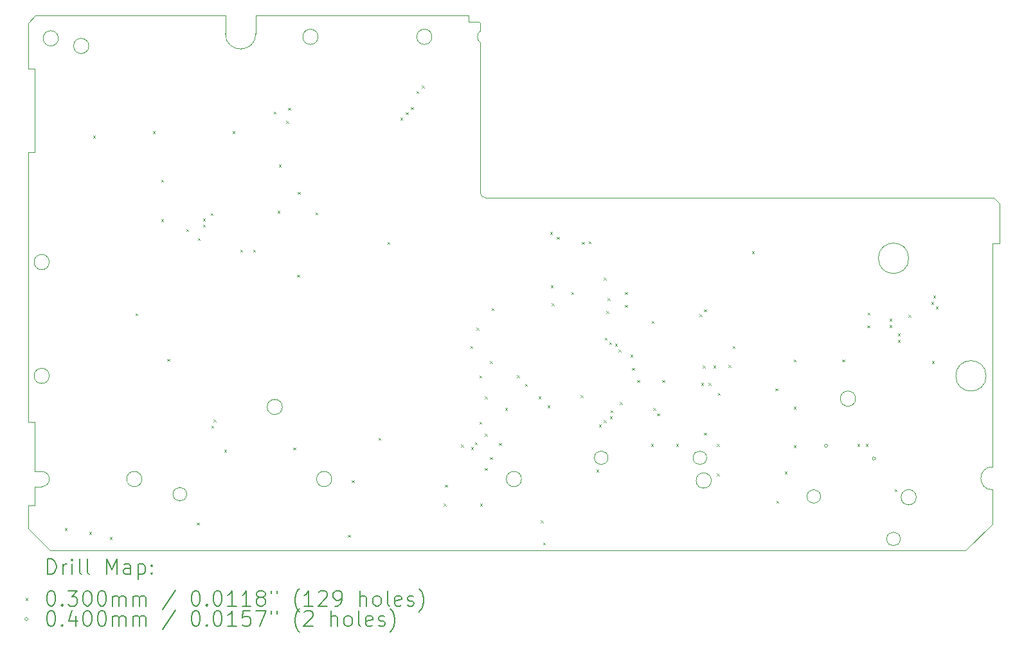
<source format=gbr>
%TF.GenerationSoftware,KiCad,Pcbnew,8.0.5-unknown-202409261835~48b9027842~ubuntu24.04.1*%
%TF.CreationDate,2024-10-03T20:43:23+08:00*%
%TF.ProjectId,EL6170_Pro_Max_Plus,454c3631-3730-45f5-9072-6f5f4d61785f,rev?*%
%TF.SameCoordinates,Original*%
%TF.FileFunction,Drillmap*%
%TF.FilePolarity,Positive*%
%FSLAX45Y45*%
G04 Gerber Fmt 4.5, Leading zero omitted, Abs format (unit mm)*
G04 Created by KiCad (PCBNEW 8.0.5-unknown-202409261835~48b9027842~ubuntu24.04.1) date 2024-10-03 20:43:23*
%MOMM*%
%LPD*%
G01*
G04 APERTURE LIST*
%ADD10C,0.050000*%
%ADD11C,0.200000*%
%ADD12C,0.100000*%
G04 APERTURE END LIST*
D10*
X9380000Y-12460000D02*
X9290000Y-12460000D01*
X21550000Y-13300000D02*
X9490000Y-13300000D01*
X9200000Y-12710000D02*
X9200000Y-13010000D01*
X15220000Y-8650000D02*
X21920000Y-8650000D01*
X20100000Y-11300000D02*
G75*
G02*
X19900000Y-11300000I-100000J0D01*
G01*
X19900000Y-11300000D02*
G75*
G02*
X20100000Y-11300000I100000J0D01*
G01*
X15140000Y-6330000D02*
X15160000Y-6350000D01*
X15000000Y-6250000D02*
X15000000Y-6330000D01*
X9290000Y-11610000D02*
X9200000Y-11610000D01*
X18200000Y-12380000D02*
G75*
G02*
X18000000Y-12380000I-100000J0D01*
G01*
X18000000Y-12380000D02*
G75*
G02*
X18200000Y-12380000I100000J0D01*
G01*
X9600000Y-6550000D02*
G75*
G02*
X9400000Y-6550000I-100000J0D01*
G01*
X9400000Y-6550000D02*
G75*
G02*
X9600000Y-6550000I100000J0D01*
G01*
X21900000Y-12500000D02*
X21900000Y-12950000D01*
X15220000Y-8650000D02*
G75*
G02*
X15160000Y-8590000I0J60000D01*
G01*
X14520000Y-6530000D02*
G75*
G02*
X14320000Y-6530000I-100000J0D01*
G01*
X14320000Y-6530000D02*
G75*
G02*
X14520000Y-6530000I100000J0D01*
G01*
X9290000Y-12260000D02*
X9290000Y-11610000D01*
X11800000Y-6250000D02*
X9300000Y-6250000D01*
X22000000Y-9250000D02*
X21900000Y-9250000D01*
X20690000Y-13150000D02*
G75*
G02*
X20510000Y-13150000I-90000J0D01*
G01*
X20510000Y-13150000D02*
G75*
G02*
X20690000Y-13150000I90000J0D01*
G01*
X21900000Y-9250000D02*
X21900000Y-12200000D01*
X10000000Y-6650000D02*
G75*
G02*
X9800000Y-6650000I-100000J0D01*
G01*
X9800000Y-6650000D02*
G75*
G02*
X10000000Y-6650000I100000J0D01*
G01*
X12550000Y-11410000D02*
G75*
G02*
X12350000Y-11410000I-100000J0D01*
G01*
X12350000Y-11410000D02*
G75*
G02*
X12550000Y-11410000I100000J0D01*
G01*
X9380000Y-12260000D02*
G75*
G02*
X9380000Y-12460000I0J-100000D01*
G01*
X11290000Y-12560000D02*
G75*
G02*
X11110000Y-12560000I-90000J0D01*
G01*
X11110000Y-12560000D02*
G75*
G02*
X11290000Y-12560000I90000J0D01*
G01*
X9490000Y-13300000D02*
X9200000Y-13010000D01*
X9200000Y-6350000D02*
X9200000Y-6950000D01*
X20900000Y-12600000D02*
G75*
G02*
X20700000Y-12600000I-100000J0D01*
G01*
X20700000Y-12600000D02*
G75*
G02*
X20900000Y-12600000I100000J0D01*
G01*
X13200000Y-12360000D02*
G75*
G02*
X13000000Y-12360000I-100000J0D01*
G01*
X13000000Y-12360000D02*
G75*
G02*
X13200000Y-12360000I100000J0D01*
G01*
X9380000Y-12260000D02*
X9290000Y-12260000D01*
X9290000Y-12460000D02*
X9290000Y-12710000D01*
X20800000Y-9450000D02*
G75*
G02*
X20400000Y-9450000I-200000J0D01*
G01*
X20400000Y-9450000D02*
G75*
G02*
X20800000Y-9450000I200000J0D01*
G01*
X21900000Y-12500000D02*
G75*
G02*
X21900000Y-12200000I0J150000D01*
G01*
X13020000Y-6530000D02*
G75*
G02*
X12820000Y-6530000I-100000J0D01*
G01*
X12820000Y-6530000D02*
G75*
G02*
X13020000Y-6530000I100000J0D01*
G01*
X9200000Y-6950000D02*
X9290000Y-6950000D01*
X9200000Y-11610000D02*
X9200000Y-8050000D01*
X18140000Y-12080000D02*
G75*
G02*
X17960000Y-12080000I-90000J0D01*
G01*
X17960000Y-12080000D02*
G75*
G02*
X18140000Y-12080000I90000J0D01*
G01*
X9480000Y-11000000D02*
G75*
G02*
X9280000Y-11000000I-100000J0D01*
G01*
X9280000Y-11000000D02*
G75*
G02*
X9480000Y-11000000I100000J0D01*
G01*
X9290000Y-6950000D02*
X9290000Y-8050000D01*
X9480000Y-9500000D02*
G75*
G02*
X9280000Y-9500000I-100000J0D01*
G01*
X9280000Y-9500000D02*
G75*
G02*
X9480000Y-9500000I100000J0D01*
G01*
X15000000Y-6330000D02*
X15140000Y-6330000D01*
X9290000Y-8050000D02*
X9200000Y-8050000D01*
X21900000Y-12950000D02*
X21550000Y-13300000D01*
X15000000Y-6250000D02*
X12200000Y-6250000D01*
X10700000Y-12360000D02*
G75*
G02*
X10500000Y-12360000I-100000J0D01*
G01*
X10500000Y-12360000D02*
G75*
G02*
X10700000Y-12360000I100000J0D01*
G01*
X12200000Y-6490000D02*
G75*
G02*
X11800000Y-6490000I-200000J0D01*
G01*
X9200000Y-12710000D02*
X9290000Y-12710000D01*
X9200000Y-6350000D02*
X9300000Y-6250000D01*
X15700000Y-12360000D02*
G75*
G02*
X15500000Y-12360000I-100000J0D01*
G01*
X15500000Y-12360000D02*
G75*
G02*
X15700000Y-12360000I100000J0D01*
G01*
X16840000Y-12080000D02*
G75*
G02*
X16660000Y-12080000I-90000J0D01*
G01*
X16660000Y-12080000D02*
G75*
G02*
X16840000Y-12080000I90000J0D01*
G01*
X19640000Y-12590000D02*
G75*
G02*
X19460000Y-12590000I-90000J0D01*
G01*
X19460000Y-12590000D02*
G75*
G02*
X19640000Y-12590000I90000J0D01*
G01*
X15160000Y-6610000D02*
X15160000Y-8590000D01*
X15160000Y-6350000D02*
X15160000Y-6450000D01*
X11800000Y-6490000D02*
X11800000Y-6250000D01*
X21920000Y-8650000D02*
X22000000Y-8730000D01*
X12200000Y-6490000D02*
X12200000Y-6250000D01*
X21820000Y-11000000D02*
G75*
G02*
X21420000Y-11000000I-200000J0D01*
G01*
X21420000Y-11000000D02*
G75*
G02*
X21820000Y-11000000I200000J0D01*
G01*
X22000000Y-8730000D02*
X22000000Y-9250000D01*
X15160000Y-6610000D02*
G75*
G02*
X15160000Y-6450000I60000J80000D01*
G01*
D11*
D12*
X9685000Y-13005000D02*
X9715000Y-13035000D01*
X9715000Y-13005000D02*
X9685000Y-13035000D01*
X10005000Y-13055000D02*
X10035000Y-13085000D01*
X10035000Y-13055000D02*
X10005000Y-13085000D01*
X10055000Y-7835000D02*
X10085000Y-7865000D01*
X10085000Y-7835000D02*
X10055000Y-7865000D01*
X10275000Y-13125000D02*
X10305000Y-13155000D01*
X10305000Y-13125000D02*
X10275000Y-13155000D01*
X10615000Y-10175000D02*
X10645000Y-10205000D01*
X10645000Y-10175000D02*
X10615000Y-10205000D01*
X10845000Y-7775000D02*
X10875000Y-7805000D01*
X10875000Y-7775000D02*
X10845000Y-7805000D01*
X10955000Y-8415000D02*
X10985000Y-8445000D01*
X10985000Y-8415000D02*
X10955000Y-8445000D01*
X10955000Y-8935000D02*
X10985000Y-8965000D01*
X10985000Y-8935000D02*
X10955000Y-8965000D01*
X11035000Y-10775000D02*
X11065000Y-10805000D01*
X11065000Y-10775000D02*
X11035000Y-10805000D01*
X11285000Y-9065000D02*
X11315000Y-9095000D01*
X11315000Y-9065000D02*
X11285000Y-9095000D01*
X11425000Y-12935000D02*
X11455000Y-12965000D01*
X11455000Y-12935000D02*
X11425000Y-12965000D01*
X11435000Y-9185000D02*
X11465000Y-9215000D01*
X11465000Y-9185000D02*
X11435000Y-9215000D01*
X11505000Y-8925000D02*
X11535000Y-8955000D01*
X11535000Y-8925000D02*
X11505000Y-8955000D01*
X11505000Y-9005000D02*
X11535000Y-9035000D01*
X11535000Y-9005000D02*
X11505000Y-9035000D01*
X11605000Y-8855000D02*
X11635000Y-8885000D01*
X11635000Y-8855000D02*
X11605000Y-8885000D01*
X11615000Y-11655000D02*
X11645000Y-11685000D01*
X11645000Y-11655000D02*
X11615000Y-11685000D01*
X11645000Y-11575000D02*
X11675000Y-11605000D01*
X11675000Y-11575000D02*
X11645000Y-11605000D01*
X11785000Y-11975000D02*
X11815000Y-12005000D01*
X11815000Y-11975000D02*
X11785000Y-12005000D01*
X11895000Y-7775000D02*
X11925000Y-7805000D01*
X11925000Y-7775000D02*
X11895000Y-7805000D01*
X11995000Y-9335000D02*
X12025000Y-9365000D01*
X12025000Y-9335000D02*
X11995000Y-9365000D01*
X12165000Y-9335000D02*
X12195000Y-9365000D01*
X12195000Y-9335000D02*
X12165000Y-9365000D01*
X12435000Y-7515000D02*
X12465000Y-7545000D01*
X12465000Y-7515000D02*
X12435000Y-7545000D01*
X12485000Y-8825000D02*
X12515000Y-8855000D01*
X12515000Y-8825000D02*
X12485000Y-8855000D01*
X12505000Y-8215000D02*
X12535000Y-8245000D01*
X12535000Y-8215000D02*
X12505000Y-8245000D01*
X12599398Y-7639398D02*
X12629398Y-7669398D01*
X12629398Y-7639398D02*
X12599398Y-7669398D01*
X12625000Y-7465000D02*
X12655000Y-7495000D01*
X12655000Y-7465000D02*
X12625000Y-7495000D01*
X12695000Y-11945000D02*
X12725000Y-11975000D01*
X12725000Y-11945000D02*
X12695000Y-11975000D01*
X12745000Y-9665000D02*
X12775000Y-9695000D01*
X12775000Y-9665000D02*
X12745000Y-9695000D01*
X12755000Y-8575000D02*
X12785000Y-8605000D01*
X12785000Y-8575000D02*
X12755000Y-8605000D01*
X12985000Y-8845000D02*
X13015000Y-8875000D01*
X13015000Y-8845000D02*
X12985000Y-8875000D01*
X13415000Y-13095000D02*
X13445000Y-13125000D01*
X13445000Y-13095000D02*
X13415000Y-13125000D01*
X13465000Y-12375000D02*
X13495000Y-12405000D01*
X13495000Y-12375000D02*
X13465000Y-12405000D01*
X13815000Y-11815000D02*
X13845000Y-11845000D01*
X13845000Y-11815000D02*
X13815000Y-11845000D01*
X13935000Y-9235000D02*
X13965000Y-9265000D01*
X13965000Y-9235000D02*
X13935000Y-9265000D01*
X14105000Y-7595000D02*
X14135000Y-7625000D01*
X14135000Y-7595000D02*
X14105000Y-7625000D01*
X14175000Y-7525000D02*
X14205000Y-7555000D01*
X14205000Y-7525000D02*
X14175000Y-7555000D01*
X14245000Y-7455000D02*
X14275000Y-7485000D01*
X14275000Y-7455000D02*
X14245000Y-7485000D01*
X14315000Y-7245000D02*
X14345000Y-7275000D01*
X14345000Y-7245000D02*
X14315000Y-7275000D01*
X14385000Y-7175000D02*
X14415000Y-7205000D01*
X14415000Y-7175000D02*
X14385000Y-7205000D01*
X14675000Y-12685000D02*
X14705000Y-12715000D01*
X14705000Y-12685000D02*
X14675000Y-12715000D01*
X14690000Y-12435000D02*
X14720000Y-12465000D01*
X14720000Y-12435000D02*
X14690000Y-12465000D01*
X14905000Y-11905000D02*
X14935000Y-11935000D01*
X14935000Y-11905000D02*
X14905000Y-11935000D01*
X15025000Y-10605000D02*
X15055000Y-10635000D01*
X15055000Y-10605000D02*
X15025000Y-10635000D01*
X15035024Y-11937470D02*
X15065024Y-11967470D01*
X15065024Y-11937470D02*
X15035024Y-11967470D01*
X15085000Y-11875000D02*
X15115000Y-11905000D01*
X15115000Y-11875000D02*
X15085000Y-11905000D01*
X15105000Y-10365000D02*
X15135000Y-10395000D01*
X15135000Y-10365000D02*
X15105000Y-10395000D01*
X15145000Y-10995000D02*
X15175000Y-11025000D01*
X15175000Y-10995000D02*
X15145000Y-11025000D01*
X15145000Y-11605000D02*
X15175000Y-11635000D01*
X15175000Y-11605000D02*
X15145000Y-11635000D01*
X15155000Y-12685000D02*
X15185000Y-12715000D01*
X15185000Y-12685000D02*
X15155000Y-12715000D01*
X15215000Y-12215000D02*
X15245000Y-12245000D01*
X15245000Y-12215000D02*
X15215000Y-12245000D01*
X15217573Y-11268403D02*
X15247573Y-11298403D01*
X15247573Y-11268403D02*
X15217573Y-11298403D01*
X15217573Y-11762426D02*
X15247573Y-11792426D01*
X15247573Y-11762426D02*
X15217573Y-11792426D01*
X15285000Y-10805000D02*
X15315000Y-10835000D01*
X15315000Y-10805000D02*
X15285000Y-10835000D01*
X15285000Y-12070663D02*
X15315000Y-12100663D01*
X15315000Y-12070663D02*
X15285000Y-12100663D01*
X15305000Y-10105000D02*
X15335000Y-10135000D01*
X15335000Y-10105000D02*
X15305000Y-10135000D01*
X15405000Y-11885000D02*
X15435000Y-11915000D01*
X15435000Y-11885000D02*
X15405000Y-11915000D01*
X15485000Y-11425000D02*
X15515000Y-11455000D01*
X15515000Y-11425000D02*
X15485000Y-11455000D01*
X15642573Y-10992574D02*
X15672573Y-11022574D01*
X15672573Y-10992574D02*
X15642573Y-11022574D01*
X15745000Y-11105000D02*
X15775000Y-11135000D01*
X15775000Y-11105000D02*
X15745000Y-11135000D01*
X15922116Y-11268403D02*
X15952116Y-11298403D01*
X15952116Y-11268403D02*
X15922116Y-11298403D01*
X15955000Y-12905000D02*
X15985000Y-12935000D01*
X15985000Y-12905000D02*
X15955000Y-12935000D01*
X15985000Y-13195000D02*
X16015000Y-13225000D01*
X16015000Y-13195000D02*
X15985000Y-13225000D01*
X16044320Y-11389198D02*
X16074320Y-11419198D01*
X16074320Y-11389198D02*
X16044320Y-11419198D01*
X16075000Y-9105000D02*
X16105000Y-9135000D01*
X16105000Y-9105000D02*
X16075000Y-9135000D01*
X16086560Y-9805000D02*
X16116560Y-9835000D01*
X16116560Y-9805000D02*
X16086560Y-9835000D01*
X16095373Y-10041072D02*
X16125373Y-10071072D01*
X16125373Y-10041072D02*
X16095373Y-10071072D01*
X16165000Y-9165000D02*
X16195000Y-9195000D01*
X16195000Y-9165000D02*
X16165000Y-9195000D01*
X16355000Y-9895000D02*
X16385000Y-9925000D01*
X16385000Y-9895000D02*
X16355000Y-9925000D01*
X16478295Y-11251920D02*
X16508295Y-11281920D01*
X16508295Y-11251920D02*
X16478295Y-11281920D01*
X16495000Y-9235000D02*
X16525000Y-9265000D01*
X16525000Y-9235000D02*
X16495000Y-9265000D01*
X16585000Y-9225000D02*
X16615000Y-9255000D01*
X16615000Y-9225000D02*
X16585000Y-9255000D01*
X16685000Y-12235000D02*
X16715000Y-12265000D01*
X16715000Y-12235000D02*
X16685000Y-12265000D01*
X16719830Y-11645000D02*
X16749830Y-11675000D01*
X16749830Y-11645000D02*
X16719830Y-11675000D01*
X16781718Y-11584923D02*
X16811718Y-11614923D01*
X16811718Y-11584923D02*
X16781718Y-11614923D01*
X16785000Y-9705000D02*
X16815000Y-9735000D01*
X16815000Y-9705000D02*
X16785000Y-9735000D01*
X16795000Y-10495000D02*
X16825000Y-10525000D01*
X16825000Y-10495000D02*
X16795000Y-10525000D01*
X16815000Y-10145500D02*
X16845000Y-10175500D01*
X16845000Y-10145500D02*
X16815000Y-10175500D01*
X16835000Y-9975000D02*
X16865000Y-10005000D01*
X16865000Y-9975000D02*
X16835000Y-10005000D01*
X16855529Y-10555000D02*
X16885529Y-10585000D01*
X16885529Y-10555000D02*
X16855529Y-10585000D01*
X16862099Y-11532914D02*
X16892099Y-11562914D01*
X16892099Y-11532914D02*
X16862099Y-11562914D01*
X16874115Y-11453821D02*
X16904115Y-11483821D01*
X16904115Y-11453821D02*
X16874115Y-11483821D01*
X16932378Y-10577231D02*
X16962378Y-10607231D01*
X16962378Y-10577231D02*
X16932378Y-10607231D01*
X16975782Y-10652775D02*
X17005782Y-10682775D01*
X17005782Y-10652775D02*
X16975782Y-10682775D01*
X16993284Y-11346716D02*
X17023284Y-11376716D01*
X17023284Y-11346716D02*
X16993284Y-11376716D01*
X17065000Y-9895000D02*
X17095000Y-9925000D01*
X17095000Y-9895000D02*
X17065000Y-9925000D01*
X17065000Y-10065000D02*
X17095000Y-10095000D01*
X17095000Y-10065000D02*
X17065000Y-10095000D01*
X17135782Y-10722604D02*
X17165782Y-10752604D01*
X17165782Y-10722604D02*
X17135782Y-10752604D01*
X17155000Y-10895000D02*
X17185000Y-10925000D01*
X17185000Y-10895000D02*
X17155000Y-10925000D01*
X17225000Y-11055000D02*
X17255000Y-11085000D01*
X17255000Y-11055000D02*
X17225000Y-11085000D01*
X17405000Y-11895000D02*
X17435000Y-11925000D01*
X17435000Y-11895000D02*
X17405000Y-11925000D01*
X17415000Y-10275000D02*
X17445000Y-10305000D01*
X17445000Y-10275000D02*
X17415000Y-10305000D01*
X17435000Y-11425000D02*
X17465000Y-11455000D01*
X17465000Y-11425000D02*
X17435000Y-11455000D01*
X17485000Y-11495000D02*
X17515000Y-11525000D01*
X17515000Y-11495000D02*
X17485000Y-11525000D01*
X17555000Y-11055000D02*
X17585000Y-11085000D01*
X17585000Y-11055000D02*
X17555000Y-11085000D01*
X17735000Y-11895000D02*
X17765000Y-11925000D01*
X17765000Y-11895000D02*
X17735000Y-11925000D01*
X18044948Y-10185052D02*
X18074948Y-10215052D01*
X18074948Y-10185052D02*
X18044948Y-10215052D01*
X18065000Y-11095000D02*
X18095000Y-11125000D01*
X18095000Y-11095000D02*
X18065000Y-11125000D01*
X18085000Y-10865000D02*
X18115000Y-10895000D01*
X18115000Y-10865000D02*
X18085000Y-10895000D01*
X18105000Y-11748431D02*
X18135000Y-11778431D01*
X18135000Y-11748431D02*
X18105000Y-11778431D01*
X18105052Y-10124948D02*
X18135052Y-10154948D01*
X18135052Y-10124948D02*
X18105052Y-10154948D01*
X18165000Y-11095000D02*
X18195000Y-11125000D01*
X18195000Y-11095000D02*
X18165000Y-11125000D01*
X18225000Y-10865000D02*
X18255000Y-10895000D01*
X18255000Y-10865000D02*
X18225000Y-10895000D01*
X18275000Y-11895000D02*
X18305000Y-11925000D01*
X18305000Y-11895000D02*
X18275000Y-11925000D01*
X18275000Y-12285000D02*
X18305000Y-12315000D01*
X18305000Y-12285000D02*
X18275000Y-12315000D01*
X18285000Y-11225000D02*
X18315000Y-11255000D01*
X18315000Y-11225000D02*
X18285000Y-11255000D01*
X18425000Y-10855000D02*
X18455000Y-10885000D01*
X18455000Y-10855000D02*
X18425000Y-10885000D01*
X18480934Y-10604102D02*
X18510934Y-10634102D01*
X18510934Y-10604102D02*
X18480934Y-10634102D01*
X18735000Y-9355000D02*
X18765000Y-9385000D01*
X18765000Y-9355000D02*
X18735000Y-9385000D01*
X19045000Y-11165000D02*
X19075000Y-11195000D01*
X19075000Y-11165000D02*
X19045000Y-11195000D01*
X19055000Y-12645000D02*
X19085000Y-12675000D01*
X19085000Y-12645000D02*
X19055000Y-12675000D01*
X19165000Y-12262000D02*
X19195000Y-12292000D01*
X19195000Y-12262000D02*
X19165000Y-12292000D01*
X19285000Y-10785000D02*
X19315000Y-10815000D01*
X19315000Y-10785000D02*
X19285000Y-10815000D01*
X19285000Y-11405000D02*
X19315000Y-11435000D01*
X19315000Y-11405000D02*
X19285000Y-11435000D01*
X19285000Y-11915000D02*
X19315000Y-11945000D01*
X19315000Y-11915000D02*
X19285000Y-11945000D01*
X19925000Y-10785000D02*
X19955000Y-10815000D01*
X19955000Y-10785000D02*
X19925000Y-10815000D01*
X20125000Y-11895000D02*
X20155000Y-11925000D01*
X20155000Y-11895000D02*
X20125000Y-11925000D01*
X20235000Y-11895000D02*
X20265000Y-11925000D01*
X20265000Y-11895000D02*
X20235000Y-11925000D01*
X20256366Y-10335391D02*
X20286366Y-10365391D01*
X20286366Y-10335391D02*
X20256366Y-10365391D01*
X20258210Y-10163842D02*
X20288210Y-10193842D01*
X20288210Y-10163842D02*
X20258210Y-10193842D01*
X20546232Y-10246750D02*
X20576232Y-10276750D01*
X20576232Y-10246750D02*
X20546232Y-10276750D01*
X20546232Y-10331750D02*
X20576232Y-10361750D01*
X20576232Y-10331750D02*
X20546232Y-10361750D01*
X20615000Y-12495000D02*
X20645000Y-12525000D01*
X20645000Y-12495000D02*
X20615000Y-12525000D01*
X20655000Y-10442500D02*
X20685000Y-10472500D01*
X20685000Y-10442500D02*
X20655000Y-10472500D01*
X20655000Y-10527500D02*
X20685000Y-10557500D01*
X20685000Y-10527500D02*
X20655000Y-10557500D01*
X20795000Y-10195000D02*
X20825000Y-10225000D01*
X20825000Y-10195000D02*
X20795000Y-10225000D01*
X21095370Y-10025616D02*
X21125370Y-10055616D01*
X21125370Y-10025616D02*
X21095370Y-10055616D01*
X21105000Y-10805000D02*
X21135000Y-10835000D01*
X21135000Y-10805000D02*
X21105000Y-10835000D01*
X21124418Y-9940000D02*
X21154418Y-9970000D01*
X21154418Y-9940000D02*
X21124418Y-9970000D01*
X21155474Y-10085720D02*
X21185474Y-10115720D01*
X21185474Y-10085720D02*
X21155474Y-10115720D01*
X19730000Y-11920000D02*
G75*
G02*
X19690000Y-11920000I-20000J0D01*
G01*
X19690000Y-11920000D02*
G75*
G02*
X19730000Y-11920000I20000J0D01*
G01*
X20360000Y-12090000D02*
G75*
G02*
X20320000Y-12090000I-20000J0D01*
G01*
X20320000Y-12090000D02*
G75*
G02*
X20360000Y-12090000I20000J0D01*
G01*
D11*
X9458277Y-13613984D02*
X9458277Y-13413984D01*
X9458277Y-13413984D02*
X9505896Y-13413984D01*
X9505896Y-13413984D02*
X9534467Y-13423508D01*
X9534467Y-13423508D02*
X9553515Y-13442555D01*
X9553515Y-13442555D02*
X9563039Y-13461603D01*
X9563039Y-13461603D02*
X9572563Y-13499698D01*
X9572563Y-13499698D02*
X9572563Y-13528269D01*
X9572563Y-13528269D02*
X9563039Y-13566365D01*
X9563039Y-13566365D02*
X9553515Y-13585412D01*
X9553515Y-13585412D02*
X9534467Y-13604460D01*
X9534467Y-13604460D02*
X9505896Y-13613984D01*
X9505896Y-13613984D02*
X9458277Y-13613984D01*
X9658277Y-13613984D02*
X9658277Y-13480650D01*
X9658277Y-13518746D02*
X9667801Y-13499698D01*
X9667801Y-13499698D02*
X9677324Y-13490174D01*
X9677324Y-13490174D02*
X9696372Y-13480650D01*
X9696372Y-13480650D02*
X9715420Y-13480650D01*
X9782086Y-13613984D02*
X9782086Y-13480650D01*
X9782086Y-13413984D02*
X9772563Y-13423508D01*
X9772563Y-13423508D02*
X9782086Y-13433031D01*
X9782086Y-13433031D02*
X9791610Y-13423508D01*
X9791610Y-13423508D02*
X9782086Y-13413984D01*
X9782086Y-13413984D02*
X9782086Y-13433031D01*
X9905896Y-13613984D02*
X9886848Y-13604460D01*
X9886848Y-13604460D02*
X9877324Y-13585412D01*
X9877324Y-13585412D02*
X9877324Y-13413984D01*
X10010658Y-13613984D02*
X9991610Y-13604460D01*
X9991610Y-13604460D02*
X9982086Y-13585412D01*
X9982086Y-13585412D02*
X9982086Y-13413984D01*
X10239229Y-13613984D02*
X10239229Y-13413984D01*
X10239229Y-13413984D02*
X10305896Y-13556841D01*
X10305896Y-13556841D02*
X10372563Y-13413984D01*
X10372563Y-13413984D02*
X10372563Y-13613984D01*
X10553515Y-13613984D02*
X10553515Y-13509222D01*
X10553515Y-13509222D02*
X10543991Y-13490174D01*
X10543991Y-13490174D02*
X10524944Y-13480650D01*
X10524944Y-13480650D02*
X10486848Y-13480650D01*
X10486848Y-13480650D02*
X10467801Y-13490174D01*
X10553515Y-13604460D02*
X10534467Y-13613984D01*
X10534467Y-13613984D02*
X10486848Y-13613984D01*
X10486848Y-13613984D02*
X10467801Y-13604460D01*
X10467801Y-13604460D02*
X10458277Y-13585412D01*
X10458277Y-13585412D02*
X10458277Y-13566365D01*
X10458277Y-13566365D02*
X10467801Y-13547317D01*
X10467801Y-13547317D02*
X10486848Y-13537793D01*
X10486848Y-13537793D02*
X10534467Y-13537793D01*
X10534467Y-13537793D02*
X10553515Y-13528269D01*
X10648753Y-13480650D02*
X10648753Y-13680650D01*
X10648753Y-13490174D02*
X10667801Y-13480650D01*
X10667801Y-13480650D02*
X10705896Y-13480650D01*
X10705896Y-13480650D02*
X10724944Y-13490174D01*
X10724944Y-13490174D02*
X10734467Y-13499698D01*
X10734467Y-13499698D02*
X10743991Y-13518746D01*
X10743991Y-13518746D02*
X10743991Y-13575888D01*
X10743991Y-13575888D02*
X10734467Y-13594936D01*
X10734467Y-13594936D02*
X10724944Y-13604460D01*
X10724944Y-13604460D02*
X10705896Y-13613984D01*
X10705896Y-13613984D02*
X10667801Y-13613984D01*
X10667801Y-13613984D02*
X10648753Y-13604460D01*
X10829705Y-13594936D02*
X10839229Y-13604460D01*
X10839229Y-13604460D02*
X10829705Y-13613984D01*
X10829705Y-13613984D02*
X10820182Y-13604460D01*
X10820182Y-13604460D02*
X10829705Y-13594936D01*
X10829705Y-13594936D02*
X10829705Y-13613984D01*
X10829705Y-13490174D02*
X10839229Y-13499698D01*
X10839229Y-13499698D02*
X10829705Y-13509222D01*
X10829705Y-13509222D02*
X10820182Y-13499698D01*
X10820182Y-13499698D02*
X10829705Y-13490174D01*
X10829705Y-13490174D02*
X10829705Y-13509222D01*
D12*
X9167500Y-13927500D02*
X9197500Y-13957500D01*
X9197500Y-13927500D02*
X9167500Y-13957500D01*
D11*
X9496372Y-13833984D02*
X9515420Y-13833984D01*
X9515420Y-13833984D02*
X9534467Y-13843508D01*
X9534467Y-13843508D02*
X9543991Y-13853031D01*
X9543991Y-13853031D02*
X9553515Y-13872079D01*
X9553515Y-13872079D02*
X9563039Y-13910174D01*
X9563039Y-13910174D02*
X9563039Y-13957793D01*
X9563039Y-13957793D02*
X9553515Y-13995888D01*
X9553515Y-13995888D02*
X9543991Y-14014936D01*
X9543991Y-14014936D02*
X9534467Y-14024460D01*
X9534467Y-14024460D02*
X9515420Y-14033984D01*
X9515420Y-14033984D02*
X9496372Y-14033984D01*
X9496372Y-14033984D02*
X9477324Y-14024460D01*
X9477324Y-14024460D02*
X9467801Y-14014936D01*
X9467801Y-14014936D02*
X9458277Y-13995888D01*
X9458277Y-13995888D02*
X9448753Y-13957793D01*
X9448753Y-13957793D02*
X9448753Y-13910174D01*
X9448753Y-13910174D02*
X9458277Y-13872079D01*
X9458277Y-13872079D02*
X9467801Y-13853031D01*
X9467801Y-13853031D02*
X9477324Y-13843508D01*
X9477324Y-13843508D02*
X9496372Y-13833984D01*
X9648753Y-14014936D02*
X9658277Y-14024460D01*
X9658277Y-14024460D02*
X9648753Y-14033984D01*
X9648753Y-14033984D02*
X9639229Y-14024460D01*
X9639229Y-14024460D02*
X9648753Y-14014936D01*
X9648753Y-14014936D02*
X9648753Y-14033984D01*
X9724944Y-13833984D02*
X9848753Y-13833984D01*
X9848753Y-13833984D02*
X9782086Y-13910174D01*
X9782086Y-13910174D02*
X9810658Y-13910174D01*
X9810658Y-13910174D02*
X9829705Y-13919698D01*
X9829705Y-13919698D02*
X9839229Y-13929222D01*
X9839229Y-13929222D02*
X9848753Y-13948269D01*
X9848753Y-13948269D02*
X9848753Y-13995888D01*
X9848753Y-13995888D02*
X9839229Y-14014936D01*
X9839229Y-14014936D02*
X9829705Y-14024460D01*
X9829705Y-14024460D02*
X9810658Y-14033984D01*
X9810658Y-14033984D02*
X9753515Y-14033984D01*
X9753515Y-14033984D02*
X9734467Y-14024460D01*
X9734467Y-14024460D02*
X9724944Y-14014936D01*
X9972563Y-13833984D02*
X9991610Y-13833984D01*
X9991610Y-13833984D02*
X10010658Y-13843508D01*
X10010658Y-13843508D02*
X10020182Y-13853031D01*
X10020182Y-13853031D02*
X10029705Y-13872079D01*
X10029705Y-13872079D02*
X10039229Y-13910174D01*
X10039229Y-13910174D02*
X10039229Y-13957793D01*
X10039229Y-13957793D02*
X10029705Y-13995888D01*
X10029705Y-13995888D02*
X10020182Y-14014936D01*
X10020182Y-14014936D02*
X10010658Y-14024460D01*
X10010658Y-14024460D02*
X9991610Y-14033984D01*
X9991610Y-14033984D02*
X9972563Y-14033984D01*
X9972563Y-14033984D02*
X9953515Y-14024460D01*
X9953515Y-14024460D02*
X9943991Y-14014936D01*
X9943991Y-14014936D02*
X9934467Y-13995888D01*
X9934467Y-13995888D02*
X9924944Y-13957793D01*
X9924944Y-13957793D02*
X9924944Y-13910174D01*
X9924944Y-13910174D02*
X9934467Y-13872079D01*
X9934467Y-13872079D02*
X9943991Y-13853031D01*
X9943991Y-13853031D02*
X9953515Y-13843508D01*
X9953515Y-13843508D02*
X9972563Y-13833984D01*
X10163039Y-13833984D02*
X10182086Y-13833984D01*
X10182086Y-13833984D02*
X10201134Y-13843508D01*
X10201134Y-13843508D02*
X10210658Y-13853031D01*
X10210658Y-13853031D02*
X10220182Y-13872079D01*
X10220182Y-13872079D02*
X10229705Y-13910174D01*
X10229705Y-13910174D02*
X10229705Y-13957793D01*
X10229705Y-13957793D02*
X10220182Y-13995888D01*
X10220182Y-13995888D02*
X10210658Y-14014936D01*
X10210658Y-14014936D02*
X10201134Y-14024460D01*
X10201134Y-14024460D02*
X10182086Y-14033984D01*
X10182086Y-14033984D02*
X10163039Y-14033984D01*
X10163039Y-14033984D02*
X10143991Y-14024460D01*
X10143991Y-14024460D02*
X10134467Y-14014936D01*
X10134467Y-14014936D02*
X10124944Y-13995888D01*
X10124944Y-13995888D02*
X10115420Y-13957793D01*
X10115420Y-13957793D02*
X10115420Y-13910174D01*
X10115420Y-13910174D02*
X10124944Y-13872079D01*
X10124944Y-13872079D02*
X10134467Y-13853031D01*
X10134467Y-13853031D02*
X10143991Y-13843508D01*
X10143991Y-13843508D02*
X10163039Y-13833984D01*
X10315420Y-14033984D02*
X10315420Y-13900650D01*
X10315420Y-13919698D02*
X10324944Y-13910174D01*
X10324944Y-13910174D02*
X10343991Y-13900650D01*
X10343991Y-13900650D02*
X10372563Y-13900650D01*
X10372563Y-13900650D02*
X10391610Y-13910174D01*
X10391610Y-13910174D02*
X10401134Y-13929222D01*
X10401134Y-13929222D02*
X10401134Y-14033984D01*
X10401134Y-13929222D02*
X10410658Y-13910174D01*
X10410658Y-13910174D02*
X10429705Y-13900650D01*
X10429705Y-13900650D02*
X10458277Y-13900650D01*
X10458277Y-13900650D02*
X10477325Y-13910174D01*
X10477325Y-13910174D02*
X10486848Y-13929222D01*
X10486848Y-13929222D02*
X10486848Y-14033984D01*
X10582086Y-14033984D02*
X10582086Y-13900650D01*
X10582086Y-13919698D02*
X10591610Y-13910174D01*
X10591610Y-13910174D02*
X10610658Y-13900650D01*
X10610658Y-13900650D02*
X10639229Y-13900650D01*
X10639229Y-13900650D02*
X10658277Y-13910174D01*
X10658277Y-13910174D02*
X10667801Y-13929222D01*
X10667801Y-13929222D02*
X10667801Y-14033984D01*
X10667801Y-13929222D02*
X10677325Y-13910174D01*
X10677325Y-13910174D02*
X10696372Y-13900650D01*
X10696372Y-13900650D02*
X10724944Y-13900650D01*
X10724944Y-13900650D02*
X10743991Y-13910174D01*
X10743991Y-13910174D02*
X10753515Y-13929222D01*
X10753515Y-13929222D02*
X10753515Y-14033984D01*
X11143991Y-13824460D02*
X10972563Y-14081603D01*
X11401134Y-13833984D02*
X11420182Y-13833984D01*
X11420182Y-13833984D02*
X11439229Y-13843508D01*
X11439229Y-13843508D02*
X11448753Y-13853031D01*
X11448753Y-13853031D02*
X11458277Y-13872079D01*
X11458277Y-13872079D02*
X11467801Y-13910174D01*
X11467801Y-13910174D02*
X11467801Y-13957793D01*
X11467801Y-13957793D02*
X11458277Y-13995888D01*
X11458277Y-13995888D02*
X11448753Y-14014936D01*
X11448753Y-14014936D02*
X11439229Y-14024460D01*
X11439229Y-14024460D02*
X11420182Y-14033984D01*
X11420182Y-14033984D02*
X11401134Y-14033984D01*
X11401134Y-14033984D02*
X11382086Y-14024460D01*
X11382086Y-14024460D02*
X11372563Y-14014936D01*
X11372563Y-14014936D02*
X11363039Y-13995888D01*
X11363039Y-13995888D02*
X11353515Y-13957793D01*
X11353515Y-13957793D02*
X11353515Y-13910174D01*
X11353515Y-13910174D02*
X11363039Y-13872079D01*
X11363039Y-13872079D02*
X11372563Y-13853031D01*
X11372563Y-13853031D02*
X11382086Y-13843508D01*
X11382086Y-13843508D02*
X11401134Y-13833984D01*
X11553515Y-14014936D02*
X11563039Y-14024460D01*
X11563039Y-14024460D02*
X11553515Y-14033984D01*
X11553515Y-14033984D02*
X11543991Y-14024460D01*
X11543991Y-14024460D02*
X11553515Y-14014936D01*
X11553515Y-14014936D02*
X11553515Y-14033984D01*
X11686848Y-13833984D02*
X11705896Y-13833984D01*
X11705896Y-13833984D02*
X11724944Y-13843508D01*
X11724944Y-13843508D02*
X11734467Y-13853031D01*
X11734467Y-13853031D02*
X11743991Y-13872079D01*
X11743991Y-13872079D02*
X11753515Y-13910174D01*
X11753515Y-13910174D02*
X11753515Y-13957793D01*
X11753515Y-13957793D02*
X11743991Y-13995888D01*
X11743991Y-13995888D02*
X11734467Y-14014936D01*
X11734467Y-14014936D02*
X11724944Y-14024460D01*
X11724944Y-14024460D02*
X11705896Y-14033984D01*
X11705896Y-14033984D02*
X11686848Y-14033984D01*
X11686848Y-14033984D02*
X11667801Y-14024460D01*
X11667801Y-14024460D02*
X11658277Y-14014936D01*
X11658277Y-14014936D02*
X11648753Y-13995888D01*
X11648753Y-13995888D02*
X11639229Y-13957793D01*
X11639229Y-13957793D02*
X11639229Y-13910174D01*
X11639229Y-13910174D02*
X11648753Y-13872079D01*
X11648753Y-13872079D02*
X11658277Y-13853031D01*
X11658277Y-13853031D02*
X11667801Y-13843508D01*
X11667801Y-13843508D02*
X11686848Y-13833984D01*
X11943991Y-14033984D02*
X11829706Y-14033984D01*
X11886848Y-14033984D02*
X11886848Y-13833984D01*
X11886848Y-13833984D02*
X11867801Y-13862555D01*
X11867801Y-13862555D02*
X11848753Y-13881603D01*
X11848753Y-13881603D02*
X11829706Y-13891127D01*
X12134467Y-14033984D02*
X12020182Y-14033984D01*
X12077325Y-14033984D02*
X12077325Y-13833984D01*
X12077325Y-13833984D02*
X12058277Y-13862555D01*
X12058277Y-13862555D02*
X12039229Y-13881603D01*
X12039229Y-13881603D02*
X12020182Y-13891127D01*
X12248753Y-13919698D02*
X12229706Y-13910174D01*
X12229706Y-13910174D02*
X12220182Y-13900650D01*
X12220182Y-13900650D02*
X12210658Y-13881603D01*
X12210658Y-13881603D02*
X12210658Y-13872079D01*
X12210658Y-13872079D02*
X12220182Y-13853031D01*
X12220182Y-13853031D02*
X12229706Y-13843508D01*
X12229706Y-13843508D02*
X12248753Y-13833984D01*
X12248753Y-13833984D02*
X12286848Y-13833984D01*
X12286848Y-13833984D02*
X12305896Y-13843508D01*
X12305896Y-13843508D02*
X12315420Y-13853031D01*
X12315420Y-13853031D02*
X12324944Y-13872079D01*
X12324944Y-13872079D02*
X12324944Y-13881603D01*
X12324944Y-13881603D02*
X12315420Y-13900650D01*
X12315420Y-13900650D02*
X12305896Y-13910174D01*
X12305896Y-13910174D02*
X12286848Y-13919698D01*
X12286848Y-13919698D02*
X12248753Y-13919698D01*
X12248753Y-13919698D02*
X12229706Y-13929222D01*
X12229706Y-13929222D02*
X12220182Y-13938746D01*
X12220182Y-13938746D02*
X12210658Y-13957793D01*
X12210658Y-13957793D02*
X12210658Y-13995888D01*
X12210658Y-13995888D02*
X12220182Y-14014936D01*
X12220182Y-14014936D02*
X12229706Y-14024460D01*
X12229706Y-14024460D02*
X12248753Y-14033984D01*
X12248753Y-14033984D02*
X12286848Y-14033984D01*
X12286848Y-14033984D02*
X12305896Y-14024460D01*
X12305896Y-14024460D02*
X12315420Y-14014936D01*
X12315420Y-14014936D02*
X12324944Y-13995888D01*
X12324944Y-13995888D02*
X12324944Y-13957793D01*
X12324944Y-13957793D02*
X12315420Y-13938746D01*
X12315420Y-13938746D02*
X12305896Y-13929222D01*
X12305896Y-13929222D02*
X12286848Y-13919698D01*
X12401134Y-13833984D02*
X12401134Y-13872079D01*
X12477325Y-13833984D02*
X12477325Y-13872079D01*
X12772563Y-14110174D02*
X12763039Y-14100650D01*
X12763039Y-14100650D02*
X12743991Y-14072079D01*
X12743991Y-14072079D02*
X12734468Y-14053031D01*
X12734468Y-14053031D02*
X12724944Y-14024460D01*
X12724944Y-14024460D02*
X12715420Y-13976841D01*
X12715420Y-13976841D02*
X12715420Y-13938746D01*
X12715420Y-13938746D02*
X12724944Y-13891127D01*
X12724944Y-13891127D02*
X12734468Y-13862555D01*
X12734468Y-13862555D02*
X12743991Y-13843508D01*
X12743991Y-13843508D02*
X12763039Y-13814936D01*
X12763039Y-13814936D02*
X12772563Y-13805412D01*
X12953515Y-14033984D02*
X12839229Y-14033984D01*
X12896372Y-14033984D02*
X12896372Y-13833984D01*
X12896372Y-13833984D02*
X12877325Y-13862555D01*
X12877325Y-13862555D02*
X12858277Y-13881603D01*
X12858277Y-13881603D02*
X12839229Y-13891127D01*
X13029706Y-13853031D02*
X13039229Y-13843508D01*
X13039229Y-13843508D02*
X13058277Y-13833984D01*
X13058277Y-13833984D02*
X13105896Y-13833984D01*
X13105896Y-13833984D02*
X13124944Y-13843508D01*
X13124944Y-13843508D02*
X13134468Y-13853031D01*
X13134468Y-13853031D02*
X13143991Y-13872079D01*
X13143991Y-13872079D02*
X13143991Y-13891127D01*
X13143991Y-13891127D02*
X13134468Y-13919698D01*
X13134468Y-13919698D02*
X13020182Y-14033984D01*
X13020182Y-14033984D02*
X13143991Y-14033984D01*
X13239229Y-14033984D02*
X13277325Y-14033984D01*
X13277325Y-14033984D02*
X13296372Y-14024460D01*
X13296372Y-14024460D02*
X13305896Y-14014936D01*
X13305896Y-14014936D02*
X13324944Y-13986365D01*
X13324944Y-13986365D02*
X13334468Y-13948269D01*
X13334468Y-13948269D02*
X13334468Y-13872079D01*
X13334468Y-13872079D02*
X13324944Y-13853031D01*
X13324944Y-13853031D02*
X13315420Y-13843508D01*
X13315420Y-13843508D02*
X13296372Y-13833984D01*
X13296372Y-13833984D02*
X13258277Y-13833984D01*
X13258277Y-13833984D02*
X13239229Y-13843508D01*
X13239229Y-13843508D02*
X13229706Y-13853031D01*
X13229706Y-13853031D02*
X13220182Y-13872079D01*
X13220182Y-13872079D02*
X13220182Y-13919698D01*
X13220182Y-13919698D02*
X13229706Y-13938746D01*
X13229706Y-13938746D02*
X13239229Y-13948269D01*
X13239229Y-13948269D02*
X13258277Y-13957793D01*
X13258277Y-13957793D02*
X13296372Y-13957793D01*
X13296372Y-13957793D02*
X13315420Y-13948269D01*
X13315420Y-13948269D02*
X13324944Y-13938746D01*
X13324944Y-13938746D02*
X13334468Y-13919698D01*
X13572563Y-14033984D02*
X13572563Y-13833984D01*
X13658277Y-14033984D02*
X13658277Y-13929222D01*
X13658277Y-13929222D02*
X13648753Y-13910174D01*
X13648753Y-13910174D02*
X13629706Y-13900650D01*
X13629706Y-13900650D02*
X13601134Y-13900650D01*
X13601134Y-13900650D02*
X13582087Y-13910174D01*
X13582087Y-13910174D02*
X13572563Y-13919698D01*
X13782087Y-14033984D02*
X13763039Y-14024460D01*
X13763039Y-14024460D02*
X13753515Y-14014936D01*
X13753515Y-14014936D02*
X13743991Y-13995888D01*
X13743991Y-13995888D02*
X13743991Y-13938746D01*
X13743991Y-13938746D02*
X13753515Y-13919698D01*
X13753515Y-13919698D02*
X13763039Y-13910174D01*
X13763039Y-13910174D02*
X13782087Y-13900650D01*
X13782087Y-13900650D02*
X13810658Y-13900650D01*
X13810658Y-13900650D02*
X13829706Y-13910174D01*
X13829706Y-13910174D02*
X13839230Y-13919698D01*
X13839230Y-13919698D02*
X13848753Y-13938746D01*
X13848753Y-13938746D02*
X13848753Y-13995888D01*
X13848753Y-13995888D02*
X13839230Y-14014936D01*
X13839230Y-14014936D02*
X13829706Y-14024460D01*
X13829706Y-14024460D02*
X13810658Y-14033984D01*
X13810658Y-14033984D02*
X13782087Y-14033984D01*
X13963039Y-14033984D02*
X13943991Y-14024460D01*
X13943991Y-14024460D02*
X13934468Y-14005412D01*
X13934468Y-14005412D02*
X13934468Y-13833984D01*
X14115420Y-14024460D02*
X14096372Y-14033984D01*
X14096372Y-14033984D02*
X14058277Y-14033984D01*
X14058277Y-14033984D02*
X14039230Y-14024460D01*
X14039230Y-14024460D02*
X14029706Y-14005412D01*
X14029706Y-14005412D02*
X14029706Y-13929222D01*
X14029706Y-13929222D02*
X14039230Y-13910174D01*
X14039230Y-13910174D02*
X14058277Y-13900650D01*
X14058277Y-13900650D02*
X14096372Y-13900650D01*
X14096372Y-13900650D02*
X14115420Y-13910174D01*
X14115420Y-13910174D02*
X14124944Y-13929222D01*
X14124944Y-13929222D02*
X14124944Y-13948269D01*
X14124944Y-13948269D02*
X14029706Y-13967317D01*
X14201134Y-14024460D02*
X14220182Y-14033984D01*
X14220182Y-14033984D02*
X14258277Y-14033984D01*
X14258277Y-14033984D02*
X14277325Y-14024460D01*
X14277325Y-14024460D02*
X14286849Y-14005412D01*
X14286849Y-14005412D02*
X14286849Y-13995888D01*
X14286849Y-13995888D02*
X14277325Y-13976841D01*
X14277325Y-13976841D02*
X14258277Y-13967317D01*
X14258277Y-13967317D02*
X14229706Y-13967317D01*
X14229706Y-13967317D02*
X14210658Y-13957793D01*
X14210658Y-13957793D02*
X14201134Y-13938746D01*
X14201134Y-13938746D02*
X14201134Y-13929222D01*
X14201134Y-13929222D02*
X14210658Y-13910174D01*
X14210658Y-13910174D02*
X14229706Y-13900650D01*
X14229706Y-13900650D02*
X14258277Y-13900650D01*
X14258277Y-13900650D02*
X14277325Y-13910174D01*
X14353515Y-14110174D02*
X14363039Y-14100650D01*
X14363039Y-14100650D02*
X14382087Y-14072079D01*
X14382087Y-14072079D02*
X14391611Y-14053031D01*
X14391611Y-14053031D02*
X14401134Y-14024460D01*
X14401134Y-14024460D02*
X14410658Y-13976841D01*
X14410658Y-13976841D02*
X14410658Y-13938746D01*
X14410658Y-13938746D02*
X14401134Y-13891127D01*
X14401134Y-13891127D02*
X14391611Y-13862555D01*
X14391611Y-13862555D02*
X14382087Y-13843508D01*
X14382087Y-13843508D02*
X14363039Y-13814936D01*
X14363039Y-13814936D02*
X14353515Y-13805412D01*
D12*
X9197500Y-14206500D02*
G75*
G02*
X9157500Y-14206500I-20000J0D01*
G01*
X9157500Y-14206500D02*
G75*
G02*
X9197500Y-14206500I20000J0D01*
G01*
D11*
X9496372Y-14097984D02*
X9515420Y-14097984D01*
X9515420Y-14097984D02*
X9534467Y-14107508D01*
X9534467Y-14107508D02*
X9543991Y-14117031D01*
X9543991Y-14117031D02*
X9553515Y-14136079D01*
X9553515Y-14136079D02*
X9563039Y-14174174D01*
X9563039Y-14174174D02*
X9563039Y-14221793D01*
X9563039Y-14221793D02*
X9553515Y-14259888D01*
X9553515Y-14259888D02*
X9543991Y-14278936D01*
X9543991Y-14278936D02*
X9534467Y-14288460D01*
X9534467Y-14288460D02*
X9515420Y-14297984D01*
X9515420Y-14297984D02*
X9496372Y-14297984D01*
X9496372Y-14297984D02*
X9477324Y-14288460D01*
X9477324Y-14288460D02*
X9467801Y-14278936D01*
X9467801Y-14278936D02*
X9458277Y-14259888D01*
X9458277Y-14259888D02*
X9448753Y-14221793D01*
X9448753Y-14221793D02*
X9448753Y-14174174D01*
X9448753Y-14174174D02*
X9458277Y-14136079D01*
X9458277Y-14136079D02*
X9467801Y-14117031D01*
X9467801Y-14117031D02*
X9477324Y-14107508D01*
X9477324Y-14107508D02*
X9496372Y-14097984D01*
X9648753Y-14278936D02*
X9658277Y-14288460D01*
X9658277Y-14288460D02*
X9648753Y-14297984D01*
X9648753Y-14297984D02*
X9639229Y-14288460D01*
X9639229Y-14288460D02*
X9648753Y-14278936D01*
X9648753Y-14278936D02*
X9648753Y-14297984D01*
X9829705Y-14164650D02*
X9829705Y-14297984D01*
X9782086Y-14088460D02*
X9734467Y-14231317D01*
X9734467Y-14231317D02*
X9858277Y-14231317D01*
X9972563Y-14097984D02*
X9991610Y-14097984D01*
X9991610Y-14097984D02*
X10010658Y-14107508D01*
X10010658Y-14107508D02*
X10020182Y-14117031D01*
X10020182Y-14117031D02*
X10029705Y-14136079D01*
X10029705Y-14136079D02*
X10039229Y-14174174D01*
X10039229Y-14174174D02*
X10039229Y-14221793D01*
X10039229Y-14221793D02*
X10029705Y-14259888D01*
X10029705Y-14259888D02*
X10020182Y-14278936D01*
X10020182Y-14278936D02*
X10010658Y-14288460D01*
X10010658Y-14288460D02*
X9991610Y-14297984D01*
X9991610Y-14297984D02*
X9972563Y-14297984D01*
X9972563Y-14297984D02*
X9953515Y-14288460D01*
X9953515Y-14288460D02*
X9943991Y-14278936D01*
X9943991Y-14278936D02*
X9934467Y-14259888D01*
X9934467Y-14259888D02*
X9924944Y-14221793D01*
X9924944Y-14221793D02*
X9924944Y-14174174D01*
X9924944Y-14174174D02*
X9934467Y-14136079D01*
X9934467Y-14136079D02*
X9943991Y-14117031D01*
X9943991Y-14117031D02*
X9953515Y-14107508D01*
X9953515Y-14107508D02*
X9972563Y-14097984D01*
X10163039Y-14097984D02*
X10182086Y-14097984D01*
X10182086Y-14097984D02*
X10201134Y-14107508D01*
X10201134Y-14107508D02*
X10210658Y-14117031D01*
X10210658Y-14117031D02*
X10220182Y-14136079D01*
X10220182Y-14136079D02*
X10229705Y-14174174D01*
X10229705Y-14174174D02*
X10229705Y-14221793D01*
X10229705Y-14221793D02*
X10220182Y-14259888D01*
X10220182Y-14259888D02*
X10210658Y-14278936D01*
X10210658Y-14278936D02*
X10201134Y-14288460D01*
X10201134Y-14288460D02*
X10182086Y-14297984D01*
X10182086Y-14297984D02*
X10163039Y-14297984D01*
X10163039Y-14297984D02*
X10143991Y-14288460D01*
X10143991Y-14288460D02*
X10134467Y-14278936D01*
X10134467Y-14278936D02*
X10124944Y-14259888D01*
X10124944Y-14259888D02*
X10115420Y-14221793D01*
X10115420Y-14221793D02*
X10115420Y-14174174D01*
X10115420Y-14174174D02*
X10124944Y-14136079D01*
X10124944Y-14136079D02*
X10134467Y-14117031D01*
X10134467Y-14117031D02*
X10143991Y-14107508D01*
X10143991Y-14107508D02*
X10163039Y-14097984D01*
X10315420Y-14297984D02*
X10315420Y-14164650D01*
X10315420Y-14183698D02*
X10324944Y-14174174D01*
X10324944Y-14174174D02*
X10343991Y-14164650D01*
X10343991Y-14164650D02*
X10372563Y-14164650D01*
X10372563Y-14164650D02*
X10391610Y-14174174D01*
X10391610Y-14174174D02*
X10401134Y-14193222D01*
X10401134Y-14193222D02*
X10401134Y-14297984D01*
X10401134Y-14193222D02*
X10410658Y-14174174D01*
X10410658Y-14174174D02*
X10429705Y-14164650D01*
X10429705Y-14164650D02*
X10458277Y-14164650D01*
X10458277Y-14164650D02*
X10477325Y-14174174D01*
X10477325Y-14174174D02*
X10486848Y-14193222D01*
X10486848Y-14193222D02*
X10486848Y-14297984D01*
X10582086Y-14297984D02*
X10582086Y-14164650D01*
X10582086Y-14183698D02*
X10591610Y-14174174D01*
X10591610Y-14174174D02*
X10610658Y-14164650D01*
X10610658Y-14164650D02*
X10639229Y-14164650D01*
X10639229Y-14164650D02*
X10658277Y-14174174D01*
X10658277Y-14174174D02*
X10667801Y-14193222D01*
X10667801Y-14193222D02*
X10667801Y-14297984D01*
X10667801Y-14193222D02*
X10677325Y-14174174D01*
X10677325Y-14174174D02*
X10696372Y-14164650D01*
X10696372Y-14164650D02*
X10724944Y-14164650D01*
X10724944Y-14164650D02*
X10743991Y-14174174D01*
X10743991Y-14174174D02*
X10753515Y-14193222D01*
X10753515Y-14193222D02*
X10753515Y-14297984D01*
X11143991Y-14088460D02*
X10972563Y-14345603D01*
X11401134Y-14097984D02*
X11420182Y-14097984D01*
X11420182Y-14097984D02*
X11439229Y-14107508D01*
X11439229Y-14107508D02*
X11448753Y-14117031D01*
X11448753Y-14117031D02*
X11458277Y-14136079D01*
X11458277Y-14136079D02*
X11467801Y-14174174D01*
X11467801Y-14174174D02*
X11467801Y-14221793D01*
X11467801Y-14221793D02*
X11458277Y-14259888D01*
X11458277Y-14259888D02*
X11448753Y-14278936D01*
X11448753Y-14278936D02*
X11439229Y-14288460D01*
X11439229Y-14288460D02*
X11420182Y-14297984D01*
X11420182Y-14297984D02*
X11401134Y-14297984D01*
X11401134Y-14297984D02*
X11382086Y-14288460D01*
X11382086Y-14288460D02*
X11372563Y-14278936D01*
X11372563Y-14278936D02*
X11363039Y-14259888D01*
X11363039Y-14259888D02*
X11353515Y-14221793D01*
X11353515Y-14221793D02*
X11353515Y-14174174D01*
X11353515Y-14174174D02*
X11363039Y-14136079D01*
X11363039Y-14136079D02*
X11372563Y-14117031D01*
X11372563Y-14117031D02*
X11382086Y-14107508D01*
X11382086Y-14107508D02*
X11401134Y-14097984D01*
X11553515Y-14278936D02*
X11563039Y-14288460D01*
X11563039Y-14288460D02*
X11553515Y-14297984D01*
X11553515Y-14297984D02*
X11543991Y-14288460D01*
X11543991Y-14288460D02*
X11553515Y-14278936D01*
X11553515Y-14278936D02*
X11553515Y-14297984D01*
X11686848Y-14097984D02*
X11705896Y-14097984D01*
X11705896Y-14097984D02*
X11724944Y-14107508D01*
X11724944Y-14107508D02*
X11734467Y-14117031D01*
X11734467Y-14117031D02*
X11743991Y-14136079D01*
X11743991Y-14136079D02*
X11753515Y-14174174D01*
X11753515Y-14174174D02*
X11753515Y-14221793D01*
X11753515Y-14221793D02*
X11743991Y-14259888D01*
X11743991Y-14259888D02*
X11734467Y-14278936D01*
X11734467Y-14278936D02*
X11724944Y-14288460D01*
X11724944Y-14288460D02*
X11705896Y-14297984D01*
X11705896Y-14297984D02*
X11686848Y-14297984D01*
X11686848Y-14297984D02*
X11667801Y-14288460D01*
X11667801Y-14288460D02*
X11658277Y-14278936D01*
X11658277Y-14278936D02*
X11648753Y-14259888D01*
X11648753Y-14259888D02*
X11639229Y-14221793D01*
X11639229Y-14221793D02*
X11639229Y-14174174D01*
X11639229Y-14174174D02*
X11648753Y-14136079D01*
X11648753Y-14136079D02*
X11658277Y-14117031D01*
X11658277Y-14117031D02*
X11667801Y-14107508D01*
X11667801Y-14107508D02*
X11686848Y-14097984D01*
X11943991Y-14297984D02*
X11829706Y-14297984D01*
X11886848Y-14297984D02*
X11886848Y-14097984D01*
X11886848Y-14097984D02*
X11867801Y-14126555D01*
X11867801Y-14126555D02*
X11848753Y-14145603D01*
X11848753Y-14145603D02*
X11829706Y-14155127D01*
X12124944Y-14097984D02*
X12029706Y-14097984D01*
X12029706Y-14097984D02*
X12020182Y-14193222D01*
X12020182Y-14193222D02*
X12029706Y-14183698D01*
X12029706Y-14183698D02*
X12048753Y-14174174D01*
X12048753Y-14174174D02*
X12096372Y-14174174D01*
X12096372Y-14174174D02*
X12115420Y-14183698D01*
X12115420Y-14183698D02*
X12124944Y-14193222D01*
X12124944Y-14193222D02*
X12134467Y-14212269D01*
X12134467Y-14212269D02*
X12134467Y-14259888D01*
X12134467Y-14259888D02*
X12124944Y-14278936D01*
X12124944Y-14278936D02*
X12115420Y-14288460D01*
X12115420Y-14288460D02*
X12096372Y-14297984D01*
X12096372Y-14297984D02*
X12048753Y-14297984D01*
X12048753Y-14297984D02*
X12029706Y-14288460D01*
X12029706Y-14288460D02*
X12020182Y-14278936D01*
X12201134Y-14097984D02*
X12334467Y-14097984D01*
X12334467Y-14097984D02*
X12248753Y-14297984D01*
X12401134Y-14097984D02*
X12401134Y-14136079D01*
X12477325Y-14097984D02*
X12477325Y-14136079D01*
X12772563Y-14374174D02*
X12763039Y-14364650D01*
X12763039Y-14364650D02*
X12743991Y-14336079D01*
X12743991Y-14336079D02*
X12734468Y-14317031D01*
X12734468Y-14317031D02*
X12724944Y-14288460D01*
X12724944Y-14288460D02*
X12715420Y-14240841D01*
X12715420Y-14240841D02*
X12715420Y-14202746D01*
X12715420Y-14202746D02*
X12724944Y-14155127D01*
X12724944Y-14155127D02*
X12734468Y-14126555D01*
X12734468Y-14126555D02*
X12743991Y-14107508D01*
X12743991Y-14107508D02*
X12763039Y-14078936D01*
X12763039Y-14078936D02*
X12772563Y-14069412D01*
X12839229Y-14117031D02*
X12848753Y-14107508D01*
X12848753Y-14107508D02*
X12867801Y-14097984D01*
X12867801Y-14097984D02*
X12915420Y-14097984D01*
X12915420Y-14097984D02*
X12934468Y-14107508D01*
X12934468Y-14107508D02*
X12943991Y-14117031D01*
X12943991Y-14117031D02*
X12953515Y-14136079D01*
X12953515Y-14136079D02*
X12953515Y-14155127D01*
X12953515Y-14155127D02*
X12943991Y-14183698D01*
X12943991Y-14183698D02*
X12829706Y-14297984D01*
X12829706Y-14297984D02*
X12953515Y-14297984D01*
X13191610Y-14297984D02*
X13191610Y-14097984D01*
X13277325Y-14297984D02*
X13277325Y-14193222D01*
X13277325Y-14193222D02*
X13267801Y-14174174D01*
X13267801Y-14174174D02*
X13248753Y-14164650D01*
X13248753Y-14164650D02*
X13220182Y-14164650D01*
X13220182Y-14164650D02*
X13201134Y-14174174D01*
X13201134Y-14174174D02*
X13191610Y-14183698D01*
X13401134Y-14297984D02*
X13382087Y-14288460D01*
X13382087Y-14288460D02*
X13372563Y-14278936D01*
X13372563Y-14278936D02*
X13363039Y-14259888D01*
X13363039Y-14259888D02*
X13363039Y-14202746D01*
X13363039Y-14202746D02*
X13372563Y-14183698D01*
X13372563Y-14183698D02*
X13382087Y-14174174D01*
X13382087Y-14174174D02*
X13401134Y-14164650D01*
X13401134Y-14164650D02*
X13429706Y-14164650D01*
X13429706Y-14164650D02*
X13448753Y-14174174D01*
X13448753Y-14174174D02*
X13458277Y-14183698D01*
X13458277Y-14183698D02*
X13467801Y-14202746D01*
X13467801Y-14202746D02*
X13467801Y-14259888D01*
X13467801Y-14259888D02*
X13458277Y-14278936D01*
X13458277Y-14278936D02*
X13448753Y-14288460D01*
X13448753Y-14288460D02*
X13429706Y-14297984D01*
X13429706Y-14297984D02*
X13401134Y-14297984D01*
X13582087Y-14297984D02*
X13563039Y-14288460D01*
X13563039Y-14288460D02*
X13553515Y-14269412D01*
X13553515Y-14269412D02*
X13553515Y-14097984D01*
X13734468Y-14288460D02*
X13715420Y-14297984D01*
X13715420Y-14297984D02*
X13677325Y-14297984D01*
X13677325Y-14297984D02*
X13658277Y-14288460D01*
X13658277Y-14288460D02*
X13648753Y-14269412D01*
X13648753Y-14269412D02*
X13648753Y-14193222D01*
X13648753Y-14193222D02*
X13658277Y-14174174D01*
X13658277Y-14174174D02*
X13677325Y-14164650D01*
X13677325Y-14164650D02*
X13715420Y-14164650D01*
X13715420Y-14164650D02*
X13734468Y-14174174D01*
X13734468Y-14174174D02*
X13743991Y-14193222D01*
X13743991Y-14193222D02*
X13743991Y-14212269D01*
X13743991Y-14212269D02*
X13648753Y-14231317D01*
X13820182Y-14288460D02*
X13839230Y-14297984D01*
X13839230Y-14297984D02*
X13877325Y-14297984D01*
X13877325Y-14297984D02*
X13896372Y-14288460D01*
X13896372Y-14288460D02*
X13905896Y-14269412D01*
X13905896Y-14269412D02*
X13905896Y-14259888D01*
X13905896Y-14259888D02*
X13896372Y-14240841D01*
X13896372Y-14240841D02*
X13877325Y-14231317D01*
X13877325Y-14231317D02*
X13848753Y-14231317D01*
X13848753Y-14231317D02*
X13829706Y-14221793D01*
X13829706Y-14221793D02*
X13820182Y-14202746D01*
X13820182Y-14202746D02*
X13820182Y-14193222D01*
X13820182Y-14193222D02*
X13829706Y-14174174D01*
X13829706Y-14174174D02*
X13848753Y-14164650D01*
X13848753Y-14164650D02*
X13877325Y-14164650D01*
X13877325Y-14164650D02*
X13896372Y-14174174D01*
X13972563Y-14374174D02*
X13982087Y-14364650D01*
X13982087Y-14364650D02*
X14001134Y-14336079D01*
X14001134Y-14336079D02*
X14010658Y-14317031D01*
X14010658Y-14317031D02*
X14020182Y-14288460D01*
X14020182Y-14288460D02*
X14029706Y-14240841D01*
X14029706Y-14240841D02*
X14029706Y-14202746D01*
X14029706Y-14202746D02*
X14020182Y-14155127D01*
X14020182Y-14155127D02*
X14010658Y-14126555D01*
X14010658Y-14126555D02*
X14001134Y-14107508D01*
X14001134Y-14107508D02*
X13982087Y-14078936D01*
X13982087Y-14078936D02*
X13972563Y-14069412D01*
M02*

</source>
